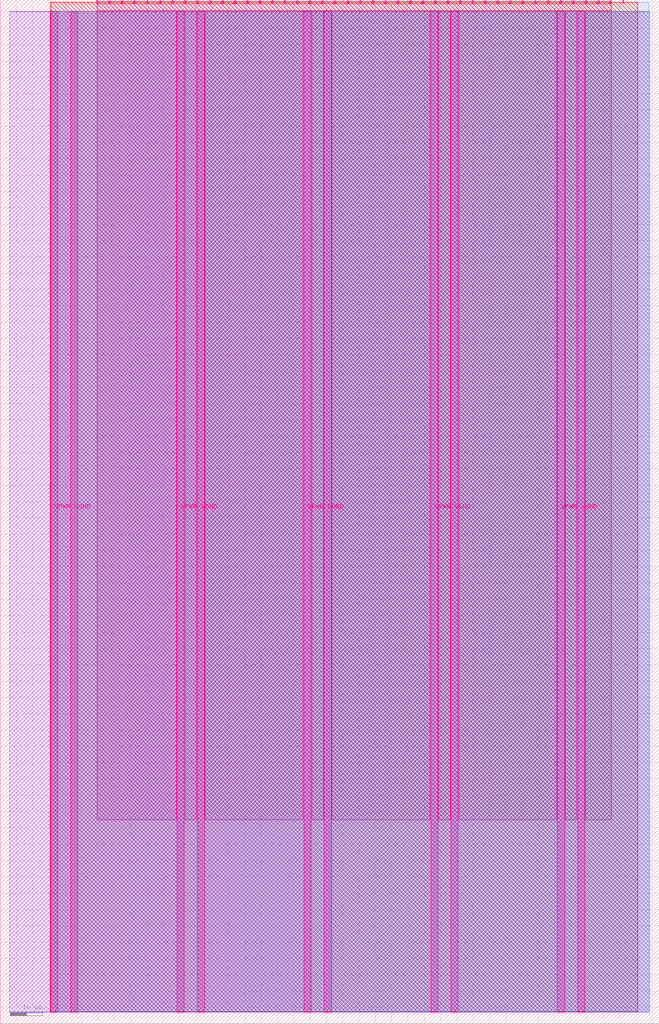
<source format=lef>
VERSION 5.7 ;
  NOWIREEXTENSIONATPIN ON ;
  DIVIDERCHAR "/" ;
  BUSBITCHARS "[]" ;
MACRO tt_um_levenshtein
  CLASS BLOCK ;
  FOREIGN tt_um_levenshtein ;
  ORIGIN 0.000 0.000 ;
  SIZE 202.080 BY 313.740 ;
  PIN VGND
    DIRECTION INOUT ;
    USE GROUND ;
    PORT
      LAYER Metal5 ;
        RECT 21.580 3.560 23.780 310.180 ;
    END
    PORT
      LAYER Metal5 ;
        RECT 60.450 3.560 62.650 310.180 ;
    END
    PORT
      LAYER Metal5 ;
        RECT 99.320 3.560 101.520 310.180 ;
    END
    PORT
      LAYER Metal5 ;
        RECT 138.190 3.560 140.390 310.180 ;
    END
    PORT
      LAYER Metal5 ;
        RECT 177.060 3.560 179.260 310.180 ;
    END
  END VGND
  PIN VPWR
    DIRECTION INOUT ;
    USE POWER ;
    PORT
      LAYER Metal5 ;
        RECT 15.380 3.560 17.580 310.180 ;
    END
    PORT
      LAYER Metal5 ;
        RECT 54.250 3.560 56.450 310.180 ;
    END
    PORT
      LAYER Metal5 ;
        RECT 93.120 3.560 95.320 310.180 ;
    END
    PORT
      LAYER Metal5 ;
        RECT 131.990 3.560 134.190 310.180 ;
    END
    PORT
      LAYER Metal5 ;
        RECT 170.860 3.560 173.060 310.180 ;
    END
  END VPWR
  PIN clk
    DIRECTION INPUT ;
    USE SIGNAL ;
    ANTENNAGATEAREA 3.863600 ;
    ANTENNADIFFAREA 12.092400 ;
    PORT
      LAYER Metal5 ;
        RECT 187.050 312.740 187.350 313.740 ;
    END
  END clk
  PIN ena
    DIRECTION INPUT ;
    USE SIGNAL ;
    PORT
      LAYER Metal5 ;
        RECT 190.890 312.740 191.190 313.740 ;
    END
  END ena
  PIN rst_n
    DIRECTION INPUT ;
    USE SIGNAL ;
    ANTENNAGATEAREA 0.213200 ;
    PORT
      LAYER Metal5 ;
        RECT 183.210 312.740 183.510 313.740 ;
    END
  END rst_n
  PIN ui_in[0]
    DIRECTION INPUT ;
    USE SIGNAL ;
    PORT
      LAYER Metal5 ;
        RECT 179.370 312.740 179.670 313.740 ;
    END
  END ui_in[0]
  PIN ui_in[1]
    DIRECTION INPUT ;
    USE SIGNAL ;
    PORT
      LAYER Metal5 ;
        RECT 175.530 312.740 175.830 313.740 ;
    END
  END ui_in[1]
  PIN ui_in[2]
    DIRECTION INPUT ;
    USE SIGNAL ;
    PORT
      LAYER Metal5 ;
        RECT 171.690 312.740 171.990 313.740 ;
    END
  END ui_in[2]
  PIN ui_in[3]
    DIRECTION INPUT ;
    USE SIGNAL ;
    PORT
      LAYER Metal5 ;
        RECT 167.850 312.740 168.150 313.740 ;
    END
  END ui_in[3]
  PIN ui_in[4]
    DIRECTION INPUT ;
    USE SIGNAL ;
    ANTENNAGATEAREA 0.180700 ;
    PORT
      LAYER Metal5 ;
        RECT 164.010 312.740 164.310 313.740 ;
    END
  END ui_in[4]
  PIN ui_in[5]
    DIRECTION INPUT ;
    USE SIGNAL ;
    ANTENNAGATEAREA 0.180700 ;
    PORT
      LAYER Metal5 ;
        RECT 160.170 312.740 160.470 313.740 ;
    END
  END ui_in[5]
  PIN ui_in[6]
    DIRECTION INPUT ;
    USE SIGNAL ;
    ANTENNAGATEAREA 0.180700 ;
    PORT
      LAYER Metal5 ;
        RECT 156.330 312.740 156.630 313.740 ;
    END
  END ui_in[6]
  PIN ui_in[7]
    DIRECTION INPUT ;
    USE SIGNAL ;
    PORT
      LAYER Metal5 ;
        RECT 152.490 312.740 152.790 313.740 ;
    END
  END ui_in[7]
  PIN uio_in[0]
    DIRECTION INPUT ;
    USE SIGNAL ;
    PORT
      LAYER Metal5 ;
        RECT 148.650 312.740 148.950 313.740 ;
    END
  END uio_in[0]
  PIN uio_in[1]
    DIRECTION INPUT ;
    USE SIGNAL ;
    ANTENNAGATEAREA 0.180700 ;
    PORT
      LAYER Metal5 ;
        RECT 144.810 312.740 145.110 313.740 ;
    END
  END uio_in[1]
  PIN uio_in[2]
    DIRECTION INPUT ;
    USE SIGNAL ;
    ANTENNAGATEAREA 0.180700 ;
    PORT
      LAYER Metal5 ;
        RECT 140.970 312.740 141.270 313.740 ;
    END
  END uio_in[2]
  PIN uio_in[3]
    DIRECTION INPUT ;
    USE SIGNAL ;
    PORT
      LAYER Metal5 ;
        RECT 137.130 312.740 137.430 313.740 ;
    END
  END uio_in[3]
  PIN uio_in[4]
    DIRECTION INPUT ;
    USE SIGNAL ;
    ANTENNAGATEAREA 0.180700 ;
    PORT
      LAYER Metal5 ;
        RECT 133.290 312.740 133.590 313.740 ;
    END
  END uio_in[4]
  PIN uio_in[5]
    DIRECTION INPUT ;
    USE SIGNAL ;
    ANTENNAGATEAREA 0.180700 ;
    PORT
      LAYER Metal5 ;
        RECT 129.450 312.740 129.750 313.740 ;
    END
  END uio_in[5]
  PIN uio_in[6]
    DIRECTION INPUT ;
    USE SIGNAL ;
    PORT
      LAYER Metal5 ;
        RECT 125.610 312.740 125.910 313.740 ;
    END
  END uio_in[6]
  PIN uio_in[7]
    DIRECTION INPUT ;
    USE SIGNAL ;
    PORT
      LAYER Metal5 ;
        RECT 121.770 312.740 122.070 313.740 ;
    END
  END uio_in[7]
  PIN uio_oe[0]
    DIRECTION OUTPUT ;
    USE SIGNAL ;
    ANTENNADIFFAREA 0.392700 ;
    PORT
      LAYER Metal5 ;
        RECT 56.490 312.740 56.790 313.740 ;
    END
  END uio_oe[0]
  PIN uio_oe[1]
    DIRECTION OUTPUT ;
    USE SIGNAL ;
    ANTENNAGATEAREA 0.109200 ;
    ANTENNADIFFAREA 0.632400 ;
    PORT
      LAYER Metal5 ;
        RECT 52.650 312.740 52.950 313.740 ;
    END
  END uio_oe[1]
  PIN uio_oe[2]
    DIRECTION OUTPUT ;
    USE SIGNAL ;
    ANTENNAGATEAREA 0.109200 ;
    ANTENNADIFFAREA 0.632400 ;
    PORT
      LAYER Metal5 ;
        RECT 48.810 312.740 49.110 313.740 ;
    END
  END uio_oe[2]
  PIN uio_oe[3]
    DIRECTION OUTPUT ;
    USE SIGNAL ;
    ANTENNADIFFAREA 0.392700 ;
    PORT
      LAYER Metal5 ;
        RECT 44.970 312.740 45.270 313.740 ;
    END
  END uio_oe[3]
  PIN uio_oe[4]
    DIRECTION OUTPUT ;
    USE SIGNAL ;
    ANTENNAGATEAREA 0.109200 ;
    ANTENNADIFFAREA 0.632400 ;
    PORT
      LAYER Metal5 ;
        RECT 41.130 312.740 41.430 313.740 ;
    END
  END uio_oe[4]
  PIN uio_oe[5]
    DIRECTION OUTPUT ;
    USE SIGNAL ;
    ANTENNAGATEAREA 0.109200 ;
    ANTENNADIFFAREA 0.632400 ;
    PORT
      LAYER Metal5 ;
        RECT 37.290 312.740 37.590 313.740 ;
    END
  END uio_oe[5]
  PIN uio_oe[6]
    DIRECTION OUTPUT ;
    USE SIGNAL ;
    ANTENNADIFFAREA 0.392700 ;
    PORT
      LAYER Metal5 ;
        RECT 33.450 312.740 33.750 313.740 ;
    END
  END uio_oe[6]
  PIN uio_oe[7]
    DIRECTION OUTPUT ;
    USE SIGNAL ;
    ANTENNADIFFAREA 0.392700 ;
    PORT
      LAYER Metal5 ;
        RECT 29.610 312.740 29.910 313.740 ;
    END
  END uio_oe[7]
  PIN uio_out[0]
    DIRECTION OUTPUT ;
    USE SIGNAL ;
    ANTENNADIFFAREA 0.706800 ;
    PORT
      LAYER Metal5 ;
        RECT 87.210 312.740 87.510 313.740 ;
    END
  END uio_out[0]
  PIN uio_out[1]
    DIRECTION OUTPUT ;
    USE SIGNAL ;
    ANTENNAGATEAREA 0.109200 ;
    ANTENNADIFFAREA 0.632400 ;
    PORT
      LAYER Metal5 ;
        RECT 83.370 312.740 83.670 313.740 ;
    END
  END uio_out[1]
  PIN uio_out[2]
    DIRECTION OUTPUT ;
    USE SIGNAL ;
    ANTENNAGATEAREA 0.109200 ;
    ANTENNADIFFAREA 0.632400 ;
    PORT
      LAYER Metal5 ;
        RECT 79.530 312.740 79.830 313.740 ;
    END
  END uio_out[2]
  PIN uio_out[3]
    DIRECTION OUTPUT ;
    USE SIGNAL ;
    ANTENNADIFFAREA 0.654800 ;
    PORT
      LAYER Metal5 ;
        RECT 75.690 312.740 75.990 313.740 ;
    END
  END uio_out[3]
  PIN uio_out[4]
    DIRECTION OUTPUT ;
    USE SIGNAL ;
    ANTENNAGATEAREA 0.109200 ;
    ANTENNADIFFAREA 0.632400 ;
    PORT
      LAYER Metal5 ;
        RECT 71.850 312.740 72.150 313.740 ;
    END
  END uio_out[4]
  PIN uio_out[5]
    DIRECTION OUTPUT ;
    USE SIGNAL ;
    ANTENNAGATEAREA 0.109200 ;
    ANTENNADIFFAREA 0.632400 ;
    PORT
      LAYER Metal5 ;
        RECT 68.010 312.740 68.310 313.740 ;
    END
  END uio_out[5]
  PIN uio_out[6]
    DIRECTION OUTPUT ;
    USE SIGNAL ;
    ANTENNADIFFAREA 0.706800 ;
    PORT
      LAYER Metal5 ;
        RECT 64.170 312.740 64.470 313.740 ;
    END
  END uio_out[6]
  PIN uio_out[7]
    DIRECTION OUTPUT ;
    USE SIGNAL ;
    ANTENNADIFFAREA 0.706800 ;
    PORT
      LAYER Metal5 ;
        RECT 60.330 312.740 60.630 313.740 ;
    END
  END uio_out[7]
  PIN uo_out[0]
    DIRECTION OUTPUT ;
    USE SIGNAL ;
    ANTENNADIFFAREA 0.299200 ;
    PORT
      LAYER Metal5 ;
        RECT 117.930 312.740 118.230 313.740 ;
    END
  END uo_out[0]
  PIN uo_out[1]
    DIRECTION OUTPUT ;
    USE SIGNAL ;
    ANTENNADIFFAREA 0.299200 ;
    PORT
      LAYER Metal5 ;
        RECT 114.090 312.740 114.390 313.740 ;
    END
  END uo_out[1]
  PIN uo_out[2]
    DIRECTION OUTPUT ;
    USE SIGNAL ;
    ANTENNADIFFAREA 0.299200 ;
    PORT
      LAYER Metal5 ;
        RECT 110.250 312.740 110.550 313.740 ;
    END
  END uo_out[2]
  PIN uo_out[3]
    DIRECTION OUTPUT ;
    USE SIGNAL ;
    ANTENNADIFFAREA 0.299200 ;
    PORT
      LAYER Metal5 ;
        RECT 106.410 312.740 106.710 313.740 ;
    END
  END uo_out[3]
  PIN uo_out[4]
    DIRECTION OUTPUT ;
    USE SIGNAL ;
    ANTENNADIFFAREA 0.299200 ;
    PORT
      LAYER Metal5 ;
        RECT 102.570 312.740 102.870 313.740 ;
    END
  END uo_out[4]
  PIN uo_out[5]
    DIRECTION OUTPUT ;
    USE SIGNAL ;
    ANTENNADIFFAREA 0.299200 ;
    PORT
      LAYER Metal5 ;
        RECT 98.730 312.740 99.030 313.740 ;
    END
  END uo_out[5]
  PIN uo_out[6]
    DIRECTION OUTPUT ;
    USE SIGNAL ;
    ANTENNADIFFAREA 0.299200 ;
    PORT
      LAYER Metal5 ;
        RECT 94.890 312.740 95.190 313.740 ;
    END
  END uo_out[6]
  PIN uo_out[7]
    DIRECTION OUTPUT ;
    USE SIGNAL ;
    ANTENNADIFFAREA 0.654800 ;
    PORT
      LAYER Metal5 ;
        RECT 91.050 312.740 91.350 313.740 ;
    END
  END uo_out[7]
  OBS
      LAYER GatPoly ;
        RECT 2.880 3.630 199.200 310.110 ;
      LAYER Metal1 ;
        RECT 2.880 3.560 199.200 310.180 ;
      LAYER Metal2 ;
        RECT 15.515 3.680 198.865 310.060 ;
      LAYER Metal3 ;
        RECT 15.560 3.635 198.820 313.045 ;
      LAYER Metal4 ;
        RECT 15.515 3.680 195.505 313.000 ;
      LAYER Metal5 ;
        RECT 30.120 312.530 33.240 313.340 ;
        RECT 33.960 312.530 37.080 313.340 ;
        RECT 37.800 312.530 40.920 313.340 ;
        RECT 41.640 312.530 44.760 313.340 ;
        RECT 45.480 312.530 48.600 313.340 ;
        RECT 49.320 312.530 52.440 313.340 ;
        RECT 53.160 312.530 56.280 313.340 ;
        RECT 57.000 312.530 60.120 313.340 ;
        RECT 60.840 312.530 63.960 313.340 ;
        RECT 64.680 312.530 67.800 313.340 ;
        RECT 68.520 312.530 71.640 313.340 ;
        RECT 72.360 312.530 75.480 313.340 ;
        RECT 76.200 312.530 79.320 313.340 ;
        RECT 80.040 312.530 83.160 313.340 ;
        RECT 83.880 312.530 87.000 313.340 ;
        RECT 87.720 312.530 90.840 313.340 ;
        RECT 91.560 312.530 94.680 313.340 ;
        RECT 95.400 312.530 98.520 313.340 ;
        RECT 99.240 312.530 102.360 313.340 ;
        RECT 103.080 312.530 106.200 313.340 ;
        RECT 106.920 312.530 110.040 313.340 ;
        RECT 110.760 312.530 113.880 313.340 ;
        RECT 114.600 312.530 117.720 313.340 ;
        RECT 118.440 312.530 121.560 313.340 ;
        RECT 122.280 312.530 125.400 313.340 ;
        RECT 126.120 312.530 129.240 313.340 ;
        RECT 129.960 312.530 133.080 313.340 ;
        RECT 133.800 312.530 136.920 313.340 ;
        RECT 137.640 312.530 140.760 313.340 ;
        RECT 141.480 312.530 144.600 313.340 ;
        RECT 145.320 312.530 148.440 313.340 ;
        RECT 149.160 312.530 152.280 313.340 ;
        RECT 153.000 312.530 156.120 313.340 ;
        RECT 156.840 312.530 159.960 313.340 ;
        RECT 160.680 312.530 163.800 313.340 ;
        RECT 164.520 312.530 167.640 313.340 ;
        RECT 168.360 312.530 171.480 313.340 ;
        RECT 172.200 312.530 175.320 313.340 ;
        RECT 176.040 312.530 179.160 313.340 ;
        RECT 179.880 312.530 183.000 313.340 ;
        RECT 183.720 312.530 186.840 313.340 ;
        RECT 29.660 310.390 187.300 312.530 ;
        RECT 29.660 62.435 54.040 310.390 ;
        RECT 56.660 62.435 60.240 310.390 ;
        RECT 62.860 62.435 92.910 310.390 ;
        RECT 95.530 62.435 99.110 310.390 ;
        RECT 101.730 62.435 131.780 310.390 ;
        RECT 134.400 62.435 137.980 310.390 ;
        RECT 140.600 62.435 170.650 310.390 ;
        RECT 173.270 62.435 176.850 310.390 ;
        RECT 179.470 62.435 187.300 310.390 ;
  END
END tt_um_levenshtein
END LIBRARY


</source>
